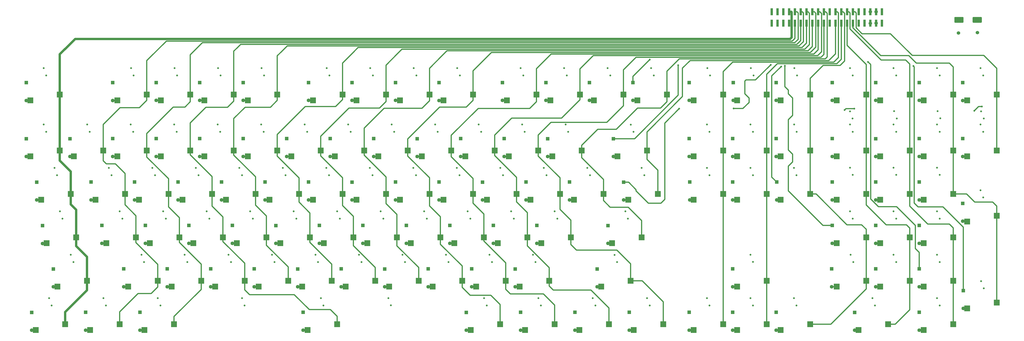
<source format=gbr>
G04 #@! TF.GenerationSoftware,KiCad,Pcbnew,(5.1.10)-1*
G04 #@! TF.CreationDate,2021-10-17T16:09:46+10:00*
G04 #@! TF.ProjectId,RedPyKeeb_mainboard,52656450-794b-4656-9562-5f6d61696e62,rev?*
G04 #@! TF.SameCoordinates,Original*
G04 #@! TF.FileFunction,Copper,L4,Bot*
G04 #@! TF.FilePolarity,Positive*
%FSLAX46Y46*%
G04 Gerber Fmt 4.6, Leading zero omitted, Abs format (unit mm)*
G04 Created by KiCad (PCBNEW (5.1.10)-1) date 2021-10-17 16:09:46*
%MOMM*%
%LPD*%
G01*
G04 APERTURE LIST*
G04 #@! TA.AperFunction,SMDPad,CuDef*
%ADD10R,1.000000X3.150000*%
G04 #@! TD*
G04 #@! TA.AperFunction,ComponentPad*
%ADD11C,0.800000*%
G04 #@! TD*
G04 #@! TA.AperFunction,ComponentPad*
%ADD12C,1.600000*%
G04 #@! TD*
G04 #@! TA.AperFunction,ComponentPad*
%ADD13R,1.600000X1.600000*%
G04 #@! TD*
G04 #@! TA.AperFunction,SMDPad,CuDef*
%ADD14R,2.550000X2.500000*%
G04 #@! TD*
G04 #@! TA.AperFunction,ViaPad*
%ADD15C,0.800000*%
G04 #@! TD*
G04 #@! TA.AperFunction,ViaPad*
%ADD16C,1.524000*%
G04 #@! TD*
G04 #@! TA.AperFunction,Conductor*
%ADD17C,0.508000*%
G04 #@! TD*
G04 #@! TA.AperFunction,Conductor*
%ADD18C,1.016000*%
G04 #@! TD*
G04 APERTURE END LIST*
D10*
X387451600Y-21795500D03*
X387451600Y-26845500D03*
X392531600Y-26845260D03*
X389991600Y-26845500D03*
X389991600Y-21795500D03*
X384911600Y-21795500D03*
X379831600Y-21795500D03*
X382371600Y-21795500D03*
X384911600Y-26845500D03*
X392531600Y-21795500D03*
X372211600Y-21795500D03*
X377291600Y-21795500D03*
X377291600Y-26845500D03*
X374751600Y-26845500D03*
X372211600Y-26845500D03*
X351891600Y-26845500D03*
X364591600Y-26845500D03*
X367131600Y-21795500D03*
X356971600Y-21795500D03*
X354431600Y-26845500D03*
X349351600Y-21795500D03*
X367131600Y-26845500D03*
X364591600Y-21795500D03*
X349351600Y-26845500D03*
X362051600Y-26845500D03*
X369671600Y-21795500D03*
X356971600Y-26845500D03*
X369671600Y-26845500D03*
X359511600Y-21795500D03*
X359511600Y-26845500D03*
X346811600Y-21795500D03*
X346811600Y-26845500D03*
X374751600Y-21795500D03*
X354431600Y-21795500D03*
X351891600Y-21795500D03*
X379831600Y-26845500D03*
X344271600Y-21795500D03*
X344271600Y-26845260D03*
X382371600Y-26845500D03*
X362051600Y-21795500D03*
D11*
X63690500Y-46545500D03*
X64833500Y-49720500D03*
D12*
X93789500Y-60681700D03*
D13*
X93789500Y-52881700D03*
D12*
X74739500Y-60681700D03*
D13*
X74739500Y-52881700D03*
X55689500Y-52932500D03*
D12*
X55689500Y-60732500D03*
D14*
X95758000Y-60642500D03*
X108685000Y-58102500D03*
D11*
X102933500Y-49720500D03*
X101790500Y-46545500D03*
X121983500Y-49720500D03*
X120840500Y-46545500D03*
D14*
X76708000Y-60642500D03*
X89635000Y-58102500D03*
D11*
X83883500Y-49720500D03*
X82740500Y-46545500D03*
D12*
X112839500Y-60681700D03*
D13*
X112839500Y-52881700D03*
D14*
X114808000Y-60642500D03*
X127735000Y-58102500D03*
X70585000Y-58102500D03*
X57658000Y-60642500D03*
G04 #@! TA.AperFunction,SMDPad,CuDef*
G36*
G01*
X432288700Y-26361900D02*
X432288700Y-24361900D01*
G75*
G02*
X432538700Y-24111900I250000J0D01*
G01*
X436038700Y-24111900D01*
G75*
G02*
X436288700Y-24361900I0J-250000D01*
G01*
X436288700Y-26361900D01*
G75*
G02*
X436038700Y-26611900I-250000J0D01*
G01*
X432538700Y-26611900D01*
G75*
G02*
X432288700Y-26361900I0J250000D01*
G01*
G37*
G04 #@! TD.AperFunction*
G04 #@! TA.AperFunction,SMDPad,CuDef*
G36*
G01*
X424288700Y-26361900D02*
X424288700Y-24361900D01*
G75*
G02*
X424538700Y-24111900I250000J0D01*
G01*
X428038700Y-24111900D01*
G75*
G02*
X428288700Y-24361900I0J-250000D01*
G01*
X428288700Y-26361900D01*
G75*
G02*
X428038700Y-26611900I-250000J0D01*
G01*
X424538700Y-26611900D01*
G75*
G02*
X424288700Y-26361900I0J250000D01*
G01*
G37*
G04 #@! TD.AperFunction*
X429926750Y-151923750D03*
X442853750Y-149383750D03*
D11*
X437165750Y-143160750D03*
X436022750Y-139985750D03*
D12*
X428212250Y-151962950D03*
D13*
X428212250Y-144162950D03*
D11*
X417861750Y-150653750D03*
X416718750Y-147478750D03*
D14*
X410876750Y-161448750D03*
X423803750Y-158908750D03*
D12*
X408908250Y-161487950D03*
D13*
X408908250Y-153687950D03*
D11*
X417861750Y-131603750D03*
X416718750Y-128428750D03*
D14*
X410876750Y-142398750D03*
X423803750Y-139858750D03*
D12*
X408908250Y-142437950D03*
D13*
X408908250Y-134637950D03*
D14*
X391826750Y-142398750D03*
X404753750Y-139858750D03*
D12*
X389858250Y-142437950D03*
D13*
X389858250Y-134637950D03*
D11*
X398811750Y-131603750D03*
X397668750Y-128428750D03*
X417861750Y-112553750D03*
X416718750Y-109378750D03*
D14*
X410876750Y-123348750D03*
X423803750Y-120808750D03*
D12*
X408908250Y-123387950D03*
D13*
X408908250Y-115587950D03*
D11*
X398811750Y-112553750D03*
X397668750Y-109378750D03*
D14*
X391826750Y-123348750D03*
X404753750Y-120808750D03*
D12*
X389858250Y-123387950D03*
D13*
X389858250Y-115587950D03*
D11*
X389540750Y-150653750D03*
X388397750Y-147478750D03*
D14*
X382301750Y-161448750D03*
X395228750Y-158908750D03*
D12*
X380587250Y-161538750D03*
D13*
X380587250Y-153738750D03*
D14*
X372776750Y-142398750D03*
X385703750Y-139858750D03*
D11*
X380015750Y-131603750D03*
X378872750Y-128428750D03*
D12*
X370554250Y-142437950D03*
D13*
X370554250Y-134637950D03*
D14*
X372776750Y-123348750D03*
X385703750Y-120808750D03*
D11*
X379761750Y-112553750D03*
X378618750Y-109378750D03*
D12*
X370808250Y-123387950D03*
D13*
X370808250Y-115587950D03*
D11*
X436911750Y-103282750D03*
X435768750Y-100107750D03*
D14*
X429926750Y-113823750D03*
X442853750Y-111283750D03*
D12*
X427958250Y-113659750D03*
D13*
X427958250Y-105859750D03*
D11*
X417861750Y-93402150D03*
X416718750Y-90227150D03*
D14*
X410876750Y-104298750D03*
X423803750Y-101758750D03*
D12*
X408908250Y-104337950D03*
D13*
X408908250Y-96537950D03*
D14*
X391826750Y-104298750D03*
X404753750Y-101758750D03*
D11*
X398811750Y-93402150D03*
X397668750Y-90227150D03*
D12*
X389858250Y-104337950D03*
D13*
X389858250Y-96537950D03*
D14*
X372776750Y-104298750D03*
X385703750Y-101758750D03*
D12*
X370808250Y-104337950D03*
D13*
X370808250Y-96537950D03*
D11*
X379761750Y-93402150D03*
X378618750Y-90227150D03*
X436911750Y-74453750D03*
X435768750Y-71278750D03*
D12*
X427958250Y-85287950D03*
D13*
X427958250Y-77487950D03*
D14*
X429926750Y-85248750D03*
X442853750Y-82708750D03*
X410876750Y-85248750D03*
X423803750Y-82708750D03*
D11*
X417861750Y-74466450D03*
X416718750Y-71291450D03*
D12*
X408908250Y-85287950D03*
D13*
X408908250Y-77487950D03*
D14*
X404753750Y-82708750D03*
X391826750Y-85248750D03*
D11*
X397668750Y-71278750D03*
X398811750Y-74453750D03*
D13*
X389858250Y-77538750D03*
D12*
X389858250Y-85338750D03*
D14*
X372776750Y-85248750D03*
X385703750Y-82708750D03*
D12*
X370808250Y-85287950D03*
D13*
X370808250Y-77487950D03*
D11*
X379761750Y-74453750D03*
X378618750Y-71278750D03*
D14*
X429926750Y-60642500D03*
X442853750Y-58102500D03*
D11*
X436911750Y-49733200D03*
X435768750Y-46558200D03*
X437165750Y-68643500D03*
X436022750Y-65468500D03*
D12*
X427958250Y-60732500D03*
D13*
X427958250Y-52932500D03*
D11*
X418115750Y-68592700D03*
X416972750Y-65417700D03*
X417849050Y-49733200D03*
X416706050Y-46558200D03*
D14*
X410876750Y-60642500D03*
X423803750Y-58102500D03*
D12*
X408908250Y-60681700D03*
D13*
X408908250Y-52881700D03*
D11*
X399065750Y-68605400D03*
X397922750Y-65430400D03*
X398799050Y-49745900D03*
X397656050Y-46570900D03*
D14*
X404753750Y-58102500D03*
X391826750Y-60642500D03*
D12*
X389858250Y-60694400D03*
D13*
X389858250Y-52894400D03*
D11*
X378606050Y-46558200D03*
X379749050Y-49733200D03*
D14*
X385703750Y-58102500D03*
X372776750Y-60642500D03*
D13*
X308102000Y-52881700D03*
D12*
X308102000Y-60681700D03*
D14*
X322997500Y-58102500D03*
X310070500Y-60642500D03*
D11*
X316103000Y-46545500D03*
X317246000Y-49720500D03*
D14*
X329120500Y-85248750D03*
X342047500Y-82708750D03*
D11*
X315912500Y-71278750D03*
X317055500Y-74453750D03*
D14*
X322997500Y-82708750D03*
X310070500Y-85248750D03*
D13*
X308102000Y-77487950D03*
D12*
X308102000Y-85287950D03*
D11*
X336105500Y-74453750D03*
X334962500Y-71278750D03*
X378555250Y-65468500D03*
X379698250Y-68643500D03*
D13*
X370808250Y-52881700D03*
D12*
X370808250Y-60681700D03*
D14*
X361097500Y-58102500D03*
X348170500Y-60642500D03*
D11*
X354203000Y-46545500D03*
X355346000Y-49720500D03*
D14*
X342047500Y-58102500D03*
X329120500Y-60642500D03*
D11*
X335153000Y-46545500D03*
X336296000Y-49720500D03*
D13*
X327406000Y-52881700D03*
D12*
X327406000Y-60681700D03*
D14*
X361097500Y-158908750D03*
X348170500Y-161448750D03*
D11*
X354012500Y-147478750D03*
X355155500Y-150653750D03*
D13*
X346202000Y-153687950D03*
D12*
X346202000Y-161487950D03*
D13*
X327152000Y-134637950D03*
D12*
X327152000Y-142437950D03*
D11*
X334962500Y-128377950D03*
X336105500Y-131552950D03*
D14*
X342047500Y-139858750D03*
X329120500Y-142398750D03*
X329120500Y-161448750D03*
X342047500Y-158908750D03*
D12*
X327152000Y-161487950D03*
D13*
X327152000Y-153687950D03*
D14*
X310070500Y-104298750D03*
X322997500Y-101758750D03*
X322997500Y-158908750D03*
X310070500Y-161448750D03*
D11*
X334962500Y-90328750D03*
X336105500Y-93503750D03*
X354090700Y-71304150D03*
X355233700Y-74479150D03*
D12*
X308356000Y-104337950D03*
D13*
X308356000Y-96537950D03*
D11*
X317055500Y-93503750D03*
X315912500Y-90328750D03*
D12*
X346456000Y-104337950D03*
D13*
X346456000Y-96537950D03*
X346202000Y-77487950D03*
D12*
X346202000Y-85287950D03*
D13*
X346202000Y-52881700D03*
D12*
X346202000Y-60681700D03*
D13*
X308102000Y-153687950D03*
D12*
X308102000Y-161487950D03*
D14*
X342047500Y-101758750D03*
X329120500Y-104298750D03*
X361097500Y-82708750D03*
X348170500Y-85248750D03*
D11*
X355155500Y-93503750D03*
X354012500Y-90328750D03*
D13*
X327152000Y-96537950D03*
D12*
X327152000Y-104337950D03*
D11*
X315912500Y-147478750D03*
X317055500Y-150653750D03*
D14*
X348170500Y-104298750D03*
X361097500Y-101758750D03*
D11*
X336105500Y-150653750D03*
X334962500Y-147478750D03*
D12*
X327152000Y-85287950D03*
D13*
X327152000Y-77487950D03*
D14*
X283876750Y-161448750D03*
X296803750Y-158908750D03*
D12*
X281908250Y-161487950D03*
D13*
X281908250Y-153687950D03*
D11*
X290861750Y-150653750D03*
X289718750Y-147478750D03*
D14*
X260064250Y-161448750D03*
X272991250Y-158908750D03*
D12*
X258095750Y-161487950D03*
D13*
X258095750Y-153687950D03*
D11*
X267049250Y-150653750D03*
X265906250Y-147478750D03*
D14*
X236251750Y-161448750D03*
X249178750Y-158908750D03*
D12*
X234283250Y-161487950D03*
D13*
X234283250Y-153687950D03*
D11*
X243236750Y-150653750D03*
X242093750Y-147478750D03*
D12*
X210496150Y-161551450D03*
D13*
X210496150Y-153751450D03*
D14*
X212439250Y-161448750D03*
X225366250Y-158908750D03*
D11*
X219449650Y-150653750D03*
X218306650Y-147478750D03*
X147986750Y-150653750D03*
X146843750Y-147478750D03*
X113417350Y-150641050D03*
X112274350Y-147466050D03*
D12*
X139033250Y-161487950D03*
D13*
X139033250Y-153687950D03*
D11*
X177514250Y-150628350D03*
X176371250Y-147453350D03*
D14*
X141001750Y-161448750D03*
X153928750Y-158908750D03*
D11*
X76549250Y-150653750D03*
X75406250Y-147478750D03*
D12*
X67595750Y-161487950D03*
D13*
X67595750Y-153687950D03*
D14*
X69564250Y-161448750D03*
X82491250Y-158908750D03*
D11*
X52736750Y-150653750D03*
X51593750Y-147478750D03*
D12*
X43783250Y-161487950D03*
D13*
X43783250Y-153687950D03*
D14*
X45751750Y-161448750D03*
X58678750Y-158908750D03*
X269589250Y-142398750D03*
X282516250Y-139858750D03*
D12*
X267811250Y-142488750D03*
D13*
X267811250Y-134688750D03*
D11*
X276574250Y-131654550D03*
X275431250Y-128479550D03*
D14*
X233870500Y-142398750D03*
X246797500Y-139858750D03*
D12*
X231902000Y-142488750D03*
D13*
X231902000Y-134688750D03*
D11*
X240855500Y-131603750D03*
X239712500Y-128428750D03*
D12*
X212852000Y-142437950D03*
D13*
X212852000Y-134637950D03*
D14*
X214820500Y-142398750D03*
X227747500Y-139858750D03*
D11*
X221805500Y-131603750D03*
X220662500Y-128428750D03*
D12*
X193802000Y-142437950D03*
D13*
X193802000Y-134637950D03*
D14*
X195770500Y-142398750D03*
X208697500Y-139858750D03*
D11*
X202755500Y-131603750D03*
X201612500Y-128428750D03*
D12*
X174752000Y-142488750D03*
D13*
X174752000Y-134688750D03*
D14*
X176720500Y-142398750D03*
X189647500Y-139858750D03*
D11*
X183705500Y-131603750D03*
X182562500Y-128428750D03*
D12*
X155702000Y-142437950D03*
D13*
X155702000Y-134637950D03*
D14*
X157670500Y-142398750D03*
X170597500Y-139858750D03*
D11*
X164655500Y-131603750D03*
X163512500Y-128428750D03*
D12*
X136652000Y-142488750D03*
D13*
X136652000Y-134688750D03*
D14*
X138620500Y-142398750D03*
X151547500Y-139858750D03*
D11*
X145605500Y-131603750D03*
X144462500Y-128428750D03*
D12*
X117602000Y-142437950D03*
D13*
X117602000Y-134637950D03*
D14*
X119570500Y-142398750D03*
X132497500Y-139858750D03*
D11*
X126555500Y-131603750D03*
X125412500Y-128428750D03*
X107505500Y-131603750D03*
X106362500Y-128428750D03*
D12*
X98552000Y-142437950D03*
D13*
X98552000Y-134637950D03*
D14*
X100520500Y-142398750D03*
X113447500Y-139858750D03*
D11*
X88315500Y-131603750D03*
X87172500Y-128428750D03*
D12*
X79502000Y-142437950D03*
D13*
X79502000Y-134637950D03*
D14*
X81470500Y-142398750D03*
X94397500Y-139858750D03*
D11*
X69405500Y-131603750D03*
X68262500Y-128428750D03*
D12*
X60452000Y-142437950D03*
D13*
X60452000Y-134637950D03*
D14*
X62420500Y-142398750D03*
X75347500Y-139858750D03*
X274351750Y-123348750D03*
X287278750Y-120808750D03*
D12*
X272573750Y-123438750D03*
D13*
X272573750Y-115638750D03*
D11*
X281311350Y-112566450D03*
X280168350Y-109391450D03*
D14*
X243395500Y-123348750D03*
X256322500Y-120808750D03*
D12*
X241427000Y-123387950D03*
D13*
X241427000Y-115587950D03*
D11*
X250380500Y-112553750D03*
X249237500Y-109378750D03*
D14*
X224345500Y-123348750D03*
X237272500Y-120808750D03*
D12*
X222377000Y-123387950D03*
D13*
X222377000Y-115587950D03*
D11*
X231330500Y-112553750D03*
X230187500Y-109378750D03*
D12*
X203327000Y-123387950D03*
D13*
X203327000Y-115587950D03*
D14*
X205295500Y-123348750D03*
X218222500Y-120808750D03*
D11*
X212280500Y-112553750D03*
X211137500Y-109378750D03*
D12*
X184277000Y-123387950D03*
D13*
X184277000Y-115587950D03*
D14*
X186245500Y-123348750D03*
X199172500Y-120808750D03*
D11*
X193230500Y-112553750D03*
X192087500Y-109378750D03*
D12*
X165227000Y-123387950D03*
D13*
X165227000Y-115587950D03*
D14*
X167195500Y-123348750D03*
X180122500Y-120808750D03*
D11*
X174180500Y-112553750D03*
X173037500Y-109378750D03*
D12*
X146177000Y-123387950D03*
D13*
X146177000Y-115587950D03*
D14*
X148145500Y-123348750D03*
X161072500Y-120808750D03*
D11*
X155130500Y-112553750D03*
X153987500Y-109378750D03*
D12*
X127127000Y-123438750D03*
D13*
X127127000Y-115638750D03*
D14*
X129095500Y-123348750D03*
X142022500Y-120808750D03*
D11*
X136080500Y-112553750D03*
X134937500Y-109378750D03*
D12*
X108077000Y-123387950D03*
D13*
X108077000Y-115587950D03*
D14*
X110045500Y-123348750D03*
X122972500Y-120808750D03*
D11*
X117030500Y-112553750D03*
X115887500Y-109378750D03*
X97980500Y-112553750D03*
X96837500Y-109378750D03*
D12*
X89027000Y-123387950D03*
D13*
X89027000Y-115587950D03*
D14*
X90995500Y-123348750D03*
X103922500Y-120808750D03*
D11*
X78930500Y-112553750D03*
X77787500Y-109378750D03*
D12*
X69977000Y-123387950D03*
D13*
X69977000Y-115587950D03*
D14*
X71945500Y-123348750D03*
X84872500Y-120808750D03*
D11*
X59880500Y-112553750D03*
X58737500Y-109378750D03*
D12*
X50927000Y-123387950D03*
D13*
X50927000Y-115587950D03*
D14*
X52895500Y-123348750D03*
X65822500Y-120808750D03*
X281495500Y-104298750D03*
X294422500Y-101758750D03*
D12*
X279400000Y-104388750D03*
D13*
X279400000Y-96588750D03*
D11*
X288467800Y-93516450D03*
X287324800Y-90341450D03*
D14*
X257683000Y-104298750D03*
X270610000Y-101758750D03*
D12*
X255714500Y-104337950D03*
D13*
X255714500Y-96537950D03*
D11*
X264668000Y-93503750D03*
X263525000Y-90328750D03*
D14*
X238633000Y-104298750D03*
X251560000Y-101758750D03*
D12*
X236664500Y-104337950D03*
D13*
X236664500Y-96537950D03*
D11*
X245618000Y-93503750D03*
X244475000Y-90328750D03*
D14*
X219583000Y-104298750D03*
X232510000Y-101758750D03*
D12*
X217614500Y-104388750D03*
D13*
X217614500Y-96588750D03*
D11*
X226568000Y-93503750D03*
X225425000Y-90328750D03*
D12*
X198564500Y-104337950D03*
D13*
X198564500Y-96537950D03*
D14*
X200533000Y-104298750D03*
X213460000Y-101758750D03*
D11*
X207518000Y-93503750D03*
X206375000Y-90328750D03*
D12*
X179514500Y-104337950D03*
D13*
X179514500Y-96537950D03*
D14*
X181483000Y-104298750D03*
X194410000Y-101758750D03*
D11*
X188468000Y-93503750D03*
X187325000Y-90328750D03*
D12*
X160464500Y-104388750D03*
D13*
X160464500Y-96588750D03*
D14*
X162433000Y-104298750D03*
X175360000Y-101758750D03*
D11*
X169418000Y-93503750D03*
X168275000Y-90328750D03*
D12*
X141414500Y-104337950D03*
D13*
X141414500Y-96537950D03*
D14*
X143383000Y-104298750D03*
X156310000Y-101758750D03*
D11*
X150368000Y-93503750D03*
X149225000Y-90328750D03*
D12*
X122364500Y-104337950D03*
D13*
X122364500Y-96537950D03*
D14*
X124333000Y-104298750D03*
X137260000Y-101758750D03*
D11*
X131318000Y-93503750D03*
X130175000Y-90328750D03*
D12*
X103314500Y-104337950D03*
D13*
X103314500Y-96537950D03*
D14*
X105283000Y-104298750D03*
X118210000Y-101758750D03*
D11*
X112268000Y-93503750D03*
X111125000Y-90328750D03*
X93218000Y-93503750D03*
X92075000Y-90328750D03*
D12*
X84264500Y-104337950D03*
D13*
X84264500Y-96537950D03*
D14*
X86233000Y-104298750D03*
X99160000Y-101758750D03*
D11*
X74168000Y-93503750D03*
X73025000Y-90328750D03*
D12*
X65214500Y-104337950D03*
D13*
X65214500Y-96537950D03*
D14*
X67183000Y-104298750D03*
X80110000Y-101758750D03*
D11*
X55118000Y-93503750D03*
X53975000Y-90328750D03*
D12*
X46164500Y-104337950D03*
D13*
X46164500Y-96537950D03*
D14*
X48133000Y-104298750D03*
X61060000Y-101758750D03*
D12*
X20161250Y-161538750D03*
D13*
X20161250Y-153738750D03*
D11*
X28924250Y-150653750D03*
X27781250Y-147478750D03*
D14*
X21939250Y-161448750D03*
X34866250Y-158908750D03*
D12*
X29686250Y-142488750D03*
D13*
X29686250Y-134688750D03*
D11*
X38449250Y-131591050D03*
X37306250Y-128416050D03*
D14*
X31464250Y-142398750D03*
X44391250Y-139858750D03*
D12*
X24885650Y-123464150D03*
D13*
X24885650Y-115664150D03*
D11*
X33648650Y-112579150D03*
X32505650Y-109404150D03*
D14*
X26701750Y-123348750D03*
X39628750Y-120808750D03*
D11*
X292639750Y-49720500D03*
X291496750Y-46545500D03*
D12*
X245395750Y-60681700D03*
D13*
X245395750Y-52881700D03*
D14*
X285464250Y-60642500D03*
X298391250Y-58102500D03*
X266414250Y-60642500D03*
X279341250Y-58102500D03*
D12*
X226345750Y-60681700D03*
D13*
X226345750Y-52881700D03*
D11*
X235489750Y-49720500D03*
X234346750Y-46545500D03*
D14*
X228314250Y-60642500D03*
X241241250Y-58102500D03*
D12*
X264445750Y-60681700D03*
D13*
X264445750Y-52881700D03*
D11*
X273589750Y-49720500D03*
X272446750Y-46545500D03*
D14*
X247364250Y-60642500D03*
X260291250Y-58102500D03*
D12*
X283495750Y-60681700D03*
D13*
X283495750Y-52881700D03*
D11*
X254539750Y-49720500D03*
X253396750Y-46545500D03*
D13*
X198564500Y-52932500D03*
D12*
X198564500Y-60732500D03*
D13*
X141414500Y-52881700D03*
D12*
X141414500Y-60681700D03*
X160464500Y-60681700D03*
D13*
X160464500Y-52881700D03*
D12*
X179514500Y-60681700D03*
D13*
X179514500Y-52881700D03*
D14*
X213460000Y-58102500D03*
X200533000Y-60642500D03*
X181483000Y-60642500D03*
X194410000Y-58102500D03*
X162433000Y-60642500D03*
X175360000Y-58102500D03*
X156310000Y-58102500D03*
X143383000Y-60642500D03*
D11*
X169608500Y-49720500D03*
X168465500Y-46545500D03*
X188658500Y-49720500D03*
X187515500Y-46545500D03*
X149415500Y-46545500D03*
X150558500Y-49720500D03*
X206565500Y-46545500D03*
X207708500Y-49720500D03*
X64643000Y-74453750D03*
X63500000Y-71278750D03*
X45593000Y-74453750D03*
X44450000Y-71278750D03*
X82550000Y-71278750D03*
X83693000Y-74453750D03*
D14*
X248158000Y-85248750D03*
X261085000Y-82708750D03*
X229108000Y-85248750D03*
X242035000Y-82708750D03*
X210058000Y-85248750D03*
X222985000Y-82708750D03*
D12*
X93789500Y-85287950D03*
D13*
X93789500Y-77487950D03*
D12*
X112839500Y-85287950D03*
D13*
X112839500Y-77487950D03*
D12*
X150939500Y-85287950D03*
D13*
X150939500Y-77487950D03*
D12*
X169989500Y-85287950D03*
D13*
X169989500Y-77487950D03*
D12*
X189039500Y-85338750D03*
D13*
X189039500Y-77538750D03*
D12*
X131889500Y-85287950D03*
D13*
X131889500Y-77487950D03*
X74739500Y-77487950D03*
D12*
X74739500Y-85287950D03*
X36918900Y-85338750D03*
D13*
X36918900Y-77538750D03*
D12*
X17780000Y-85338750D03*
D13*
X17780000Y-77538750D03*
D12*
X55689500Y-85287950D03*
D13*
X55689500Y-77487950D03*
D14*
X24320500Y-104298750D03*
X37247500Y-101758750D03*
X276733000Y-85248750D03*
X289660000Y-82708750D03*
D11*
X26543000Y-74453750D03*
X25400000Y-71278750D03*
D14*
X114808000Y-85248750D03*
X127735000Y-82708750D03*
X95758000Y-85248750D03*
X108685000Y-82708750D03*
X171958000Y-85248750D03*
X184885000Y-82708750D03*
X152908000Y-85248750D03*
X165835000Y-82708750D03*
X89635000Y-82708750D03*
X76708000Y-85248750D03*
X191008000Y-85248750D03*
X203935000Y-82708750D03*
X133858000Y-85248750D03*
X146785000Y-82708750D03*
D12*
X208089500Y-85287950D03*
D13*
X208089500Y-77487950D03*
D12*
X227139500Y-85287950D03*
D13*
X227139500Y-77487950D03*
D12*
X274955000Y-85338750D03*
D13*
X274955000Y-77538750D03*
D12*
X246189500Y-85338750D03*
D13*
X246189500Y-77538750D03*
D11*
X236093000Y-74453750D03*
X234950000Y-71278750D03*
X283718000Y-74504550D03*
X282575000Y-71329550D03*
X255143000Y-74453750D03*
X254000000Y-71278750D03*
D14*
X38608000Y-85248750D03*
X51535000Y-82708750D03*
X57658000Y-85248750D03*
X70585000Y-82708750D03*
X19558000Y-85248750D03*
X32485000Y-82708750D03*
D11*
X140843000Y-74453750D03*
X139700000Y-71278750D03*
X102743000Y-74453750D03*
X101600000Y-71278750D03*
X121793000Y-74453750D03*
X120650000Y-71278750D03*
X217043000Y-74453750D03*
X215900000Y-71278750D03*
X197993000Y-74453750D03*
X196850000Y-71278750D03*
X159893000Y-74453750D03*
X158750000Y-71278750D03*
X178943000Y-74453750D03*
X177800000Y-71278750D03*
D13*
X17780000Y-52932500D03*
D12*
X17780000Y-60732500D03*
D11*
X25400000Y-46558200D03*
X26543000Y-49733200D03*
D14*
X32485000Y-58102500D03*
X19558000Y-60642500D03*
D11*
X30175200Y-90335100D03*
X31318200Y-93510100D03*
D13*
X22352000Y-96545400D03*
D12*
X22352000Y-104345400D03*
D15*
X351891600Y-26845500D03*
X406323800Y-45643800D03*
D16*
X387477000Y-21820900D03*
X434340000Y-30975300D03*
X434340000Y-25387300D03*
X387477000Y-26911300D03*
D15*
X359537000Y-21831300D03*
X359537000Y-26911300D03*
X356997000Y-21831300D03*
X356997000Y-26911300D03*
X354457000Y-21831300D03*
X354457000Y-26911300D03*
X351917000Y-21831300D03*
X362077000Y-26784300D03*
X362077000Y-21831300D03*
X364617000Y-26911300D03*
X364617000Y-21831300D03*
X367157000Y-26911300D03*
X367157000Y-21831300D03*
X372237000Y-26911300D03*
X379857000Y-26911300D03*
X377317000Y-21831300D03*
X377317000Y-26911300D03*
X374777000Y-21831300D03*
X374777000Y-26911300D03*
X372237000Y-21831300D03*
X369671600Y-21795500D03*
X369671600Y-26845500D03*
D16*
X426085000Y-31102300D03*
X390017000Y-26820100D03*
X426085000Y-25387300D03*
X390017000Y-21831300D03*
D15*
X349351600Y-21795500D03*
X386486400Y-43840400D03*
X349351600Y-26845500D03*
X350036400Y-45568600D03*
X346811600Y-21795500D03*
X348397599Y-45861201D03*
X346811600Y-26845500D03*
X343852500Y-45072300D03*
X303733200Y-64350900D03*
X327583800Y-64274700D03*
X344271600Y-21795500D03*
X303339500Y-45275500D03*
X344271600Y-26845500D03*
X290893500Y-42786300D03*
X379857000Y-21831300D03*
X392531600Y-21795500D03*
X380466600Y-64338200D03*
X376237500Y-64909700D03*
X392531600Y-26845500D03*
X436364300Y-63385700D03*
X433000000Y-65250000D03*
X382358900Y-26873200D03*
X382358900Y-21805900D03*
X384898900Y-26860500D03*
X384898900Y-21793200D03*
D17*
X428212250Y-116312950D02*
X428212250Y-144162950D01*
X419303200Y-107403900D02*
X428212250Y-116312950D01*
X406723799Y-105746499D02*
X408381200Y-107403900D01*
X406723799Y-46043799D02*
X406723799Y-105746499D01*
X408381200Y-107403900D02*
X419303200Y-107403900D01*
X406323800Y-45643800D02*
X406723799Y-46043799D01*
X20161250Y-161538750D02*
X21849250Y-161538750D01*
X21849250Y-161538750D02*
X21939250Y-161448750D01*
X29776250Y-142398750D02*
X29686250Y-142488750D01*
X31464250Y-142398750D02*
X29776250Y-142398750D01*
X19468000Y-60732500D02*
X19558000Y-60642500D01*
X17780000Y-60732500D02*
X19468000Y-60732500D01*
X17780000Y-85338750D02*
X19468000Y-85338750D01*
X19468000Y-85338750D02*
X19558000Y-85248750D01*
X24273850Y-104345400D02*
X24320500Y-104298750D01*
X22352000Y-104345400D02*
X24273850Y-104345400D01*
X24885650Y-123464150D02*
X26586350Y-123464150D01*
X26586350Y-123464150D02*
X26701750Y-123348750D01*
X60491200Y-142398750D02*
X60452000Y-142437950D01*
X62420500Y-142398750D02*
X60491200Y-142398750D01*
X45712550Y-161487950D02*
X45751750Y-161448750D01*
X43783250Y-161487950D02*
X45712550Y-161487950D01*
X36918900Y-85338750D02*
X38518000Y-85338750D01*
X38518000Y-85338750D02*
X38608000Y-85248750D01*
X50927000Y-123387950D02*
X52856300Y-123387950D01*
X52856300Y-123387950D02*
X52895500Y-123348750D01*
X48093800Y-104337950D02*
X48133000Y-104298750D01*
X46164500Y-104337950D02*
X48093800Y-104337950D01*
X57568000Y-60732500D02*
X57658000Y-60642500D01*
X55689500Y-60732500D02*
X57568000Y-60732500D01*
X74739500Y-60681700D02*
X76668800Y-60681700D01*
X76668800Y-60681700D02*
X76708000Y-60642500D01*
X57618800Y-85287950D02*
X57658000Y-85248750D01*
X55689500Y-85287950D02*
X57618800Y-85287950D01*
X93789500Y-60681700D02*
X95718800Y-60681700D01*
X95718800Y-60681700D02*
X95758000Y-60642500D01*
X74739500Y-85287950D02*
X76668800Y-85287950D01*
X76668800Y-85287950D02*
X76708000Y-85248750D01*
X114768800Y-60681700D02*
X114808000Y-60642500D01*
X112839500Y-60681700D02*
X114768800Y-60681700D01*
X141414500Y-60681700D02*
X143343800Y-60681700D01*
X143343800Y-60681700D02*
X143383000Y-60642500D01*
X112839500Y-85287950D02*
X114768800Y-85287950D01*
X114768800Y-85287950D02*
X114808000Y-85248750D01*
X122364500Y-104337950D02*
X124293800Y-104337950D01*
X124293800Y-104337950D02*
X124333000Y-104298750D01*
X133818800Y-85287950D02*
X133858000Y-85248750D01*
X131889500Y-85287950D02*
X133818800Y-85287950D01*
X141414500Y-104337950D02*
X143343800Y-104337950D01*
X143343800Y-104337950D02*
X143383000Y-104298750D01*
X162393800Y-60681700D02*
X162433000Y-60642500D01*
X160464500Y-60681700D02*
X162393800Y-60681700D01*
X179514500Y-60681700D02*
X181443800Y-60681700D01*
X181443800Y-60681700D02*
X181483000Y-60642500D01*
X162343000Y-104388750D02*
X162433000Y-104298750D01*
X160464500Y-104388750D02*
X162343000Y-104388750D01*
X152868800Y-85287950D02*
X152908000Y-85248750D01*
X150939500Y-85287950D02*
X152868800Y-85287950D01*
X200443000Y-60732500D02*
X200533000Y-60642500D01*
X198564500Y-60732500D02*
X200443000Y-60732500D01*
X228275050Y-60681700D02*
X228314250Y-60642500D01*
X226345750Y-60681700D02*
X228275050Y-60681700D01*
X222377000Y-123387950D02*
X224306300Y-123387950D01*
X224306300Y-123387950D02*
X224345500Y-123348750D01*
X182348020Y-38247790D02*
X358808490Y-38247790D01*
X360807000Y-22466300D02*
X360807000Y-36249280D01*
X359537000Y-21831300D02*
X360172000Y-21831300D01*
X360807000Y-36249280D02*
X358808490Y-38247790D01*
X180373960Y-40221850D02*
X182348020Y-38247790D01*
X360172000Y-21831300D02*
X360807000Y-22466300D01*
X170597500Y-139858750D02*
X170597500Y-133970700D01*
X161072500Y-124445700D02*
X161072500Y-120808750D01*
X170597500Y-133970700D02*
X161072500Y-124445700D01*
X161072500Y-120808750D02*
X161072500Y-111567900D01*
X156310000Y-106805400D02*
X156310000Y-101758750D01*
X161072500Y-111567900D02*
X156310000Y-106805400D01*
X156310000Y-101758750D02*
X156310000Y-94613400D01*
X146785000Y-85088400D02*
X146785000Y-82708750D01*
X156310000Y-94613400D02*
X146785000Y-85088400D01*
X146785000Y-82708750D02*
X146785000Y-76442900D01*
X146785000Y-76442900D02*
X159156400Y-64071500D01*
X159156400Y-64071500D02*
X172478700Y-64071500D01*
X175360000Y-61190200D02*
X175360000Y-58102500D01*
X172478700Y-64071500D02*
X175360000Y-61190200D01*
X175360000Y-45235810D02*
X180373960Y-40221850D01*
X175360000Y-58102500D02*
X175360000Y-45235810D01*
X128306500Y-82608750D02*
X128306500Y-82696050D01*
X359537000Y-35547300D02*
X357568500Y-37515800D01*
X161069960Y-39577340D02*
X163131500Y-37515800D01*
X163131500Y-37515800D02*
X357568500Y-37515800D01*
X359537000Y-26911300D02*
X359537000Y-35547300D01*
X151547500Y-139858750D02*
X151547500Y-132561000D01*
X142022500Y-123036000D02*
X142022500Y-120808750D01*
X151547500Y-132561000D02*
X142022500Y-123036000D01*
X142022500Y-120808750D02*
X142022500Y-110094700D01*
X137260000Y-105332200D02*
X137260000Y-101758750D01*
X142022500Y-110094700D02*
X137260000Y-105332200D01*
X137260000Y-101758750D02*
X137260000Y-94689600D01*
X127735000Y-85164600D02*
X127735000Y-82708750D01*
X137260000Y-94689600D02*
X127735000Y-85164600D01*
X127735000Y-82708750D02*
X127735000Y-75680900D01*
X127735000Y-75680900D02*
X140030200Y-63385700D01*
X140030200Y-63385700D02*
X153289000Y-63385700D01*
X156310000Y-60364700D02*
X156310000Y-58102500D01*
X153289000Y-63385700D02*
X156310000Y-60364700D01*
X156310000Y-44337300D02*
X161069960Y-39577340D01*
X156310000Y-58102500D02*
X156310000Y-44337300D01*
X357632000Y-21831300D02*
X358140000Y-22339300D01*
X358140000Y-34912300D02*
X356244510Y-36807790D01*
X132080000Y-36807790D02*
X356244510Y-36807790D01*
X356997000Y-21831300D02*
X357632000Y-21831300D01*
X129573960Y-39313830D02*
X132080000Y-36807790D01*
X358140000Y-22339300D02*
X358140000Y-34912300D01*
X132497500Y-139858750D02*
X132497500Y-133767500D01*
X122972500Y-124242500D02*
X122972500Y-120808750D01*
X132497500Y-133767500D02*
X122972500Y-124242500D01*
X122972500Y-120808750D02*
X122972500Y-111428200D01*
X118210000Y-106665700D02*
X118210000Y-101758750D01*
X122972500Y-111428200D02*
X118210000Y-106665700D01*
X118210000Y-101758750D02*
X118210000Y-94219700D01*
X108685000Y-84694700D02*
X108685000Y-82708750D01*
X118210000Y-94219700D02*
X108685000Y-84694700D01*
X108685000Y-82708750D02*
X108685000Y-68657800D01*
X108685000Y-68657800D02*
X113652300Y-63690500D01*
X113652300Y-63690500D02*
X124714000Y-63690500D01*
X127735000Y-60669500D02*
X127735000Y-58102500D01*
X124714000Y-63690500D02*
X127735000Y-60669500D01*
X127735000Y-41152790D02*
X129573960Y-39313830D01*
X127735000Y-58102500D02*
X127735000Y-41152790D01*
X111696500Y-36099780D02*
X355301520Y-36099780D01*
X110269960Y-37526320D02*
X111696500Y-36099780D01*
X356997000Y-26911300D02*
X356997000Y-34404300D01*
X356997000Y-34404300D02*
X355301520Y-36099780D01*
X113447500Y-139858750D02*
X113447500Y-132167300D01*
X103922500Y-122642300D02*
X103922500Y-120808750D01*
X113447500Y-132167300D02*
X103922500Y-122642300D01*
X103922500Y-120808750D02*
X103922500Y-111821900D01*
X99160000Y-107059400D02*
X99160000Y-101758750D01*
X103922500Y-111821900D02*
X99160000Y-107059400D01*
X99160000Y-101758750D02*
X99160000Y-94118100D01*
X89635000Y-84593100D02*
X89635000Y-82708750D01*
X99160000Y-94118100D02*
X89635000Y-84593100D01*
X89635000Y-82708750D02*
X89635000Y-70562800D01*
X89635000Y-70562800D02*
X96443800Y-63754000D01*
X96443800Y-63754000D02*
X105956100Y-63754000D01*
X108685000Y-61025100D02*
X108685000Y-58102500D01*
X105956100Y-63754000D02*
X108685000Y-61025100D01*
X108685000Y-39111280D02*
X110269960Y-37526320D01*
X108685000Y-58102500D02*
X108685000Y-39111280D01*
X113447500Y-143800500D02*
X113447500Y-139858750D01*
X115570000Y-145923000D02*
X113447500Y-143800500D01*
X135204200Y-145923000D02*
X115570000Y-145923000D01*
X141778649Y-152497449D02*
X135204200Y-145923000D01*
X150997449Y-152497449D02*
X141778649Y-152497449D01*
X153928750Y-155428750D02*
X150997449Y-152497449D01*
X153928750Y-158908750D02*
X153928750Y-155428750D01*
X94397500Y-139858750D02*
X94397500Y-140660450D01*
X354457000Y-21831300D02*
X355346000Y-21831300D01*
X94961030Y-35391770D02*
X354358530Y-35391770D01*
X355346000Y-21831300D02*
X355854000Y-22339300D01*
X90965960Y-39386840D02*
X94961030Y-35391770D01*
X355854000Y-33896300D02*
X354358530Y-35391770D01*
X355854000Y-22339300D02*
X355854000Y-33896300D01*
X82491250Y-158908750D02*
X82491250Y-155544850D01*
X94397500Y-143638600D02*
X94397500Y-139858750D01*
X82491250Y-155544850D02*
X94397500Y-143638600D01*
X94397500Y-132548300D02*
X94397500Y-139858750D01*
X84872500Y-123023300D02*
X94397500Y-132548300D01*
X84872500Y-120808750D02*
X84872500Y-123023300D01*
X84872500Y-120808750D02*
X84872500Y-112139400D01*
X80110000Y-107376900D02*
X80110000Y-101758750D01*
X84872500Y-112139400D02*
X80110000Y-107376900D01*
X80110000Y-101758750D02*
X80110000Y-95057900D01*
X70585000Y-85532900D02*
X70585000Y-82708750D01*
X80110000Y-95057900D02*
X70585000Y-85532900D01*
X70585000Y-82708750D02*
X70585000Y-75236400D01*
X70585000Y-75236400D02*
X82181700Y-63639700D01*
X82181700Y-63639700D02*
X87299800Y-63639700D01*
X89635000Y-61304500D02*
X89635000Y-58102500D01*
X87299800Y-63639700D02*
X89635000Y-61304500D01*
X89635000Y-40717800D02*
X90965960Y-39386840D01*
X89635000Y-58102500D02*
X89635000Y-40717800D01*
X71661960Y-42180840D02*
X79159040Y-34683760D01*
X79159040Y-34683760D02*
X353288540Y-34683760D01*
X354457000Y-33515300D02*
X353288540Y-34683760D01*
X354457000Y-26911300D02*
X354457000Y-33515300D01*
X58678750Y-158908750D02*
X58678750Y-153462050D01*
X58678750Y-153462050D02*
X66725800Y-145415000D01*
X66725800Y-145415000D02*
X72491600Y-145415000D01*
X75347500Y-142559100D02*
X75347500Y-139858750D01*
X72491600Y-145415000D02*
X75347500Y-142559100D01*
X75347500Y-132637200D02*
X75347500Y-139858750D01*
X65822500Y-123112200D02*
X75347500Y-132637200D01*
X65822500Y-120808750D02*
X65822500Y-123112200D01*
X65822500Y-120808750D02*
X65822500Y-111288500D01*
X61060000Y-106526000D02*
X61060000Y-101758750D01*
X65822500Y-111288500D02*
X61060000Y-106526000D01*
X61060000Y-101758750D02*
X61060000Y-92759200D01*
X61060000Y-92759200D02*
X56807100Y-88506300D01*
X56807100Y-88506300D02*
X52857400Y-88506300D01*
X51535000Y-87183900D02*
X51535000Y-82708750D01*
X52857400Y-88506300D02*
X51535000Y-87183900D01*
X51535000Y-82708750D02*
X51535000Y-71261300D01*
X51535000Y-71261300D02*
X58864500Y-63931800D01*
X58864500Y-63931800D02*
X67348100Y-63931800D01*
X70585000Y-60694900D02*
X70585000Y-58102500D01*
X67348100Y-63931800D02*
X70585000Y-60694900D01*
X70585000Y-43257800D02*
X71661960Y-42180840D01*
X70585000Y-58102500D02*
X70585000Y-43257800D01*
D18*
X34866250Y-158908750D02*
X34866250Y-153525550D01*
X44391250Y-144000550D02*
X44391250Y-139858750D01*
X34866250Y-153525550D02*
X44391250Y-144000550D01*
X44391250Y-139858750D02*
X44391250Y-129328850D01*
X39628750Y-124566350D02*
X39628750Y-120808750D01*
X44391250Y-129328850D02*
X39628750Y-124566350D01*
X39628750Y-120808750D02*
X39628750Y-108691350D01*
X37247500Y-106310100D02*
X37247500Y-101758750D01*
X39628750Y-108691350D02*
X37247500Y-106310100D01*
X37247500Y-101758750D02*
X37247500Y-91895600D01*
X32485000Y-87133100D02*
X32485000Y-82708750D01*
X37247500Y-91895600D02*
X32485000Y-87133100D01*
X32485000Y-82708750D02*
X32485000Y-58102500D01*
X32485000Y-40463800D02*
X36607750Y-36341050D01*
X32485000Y-58102500D02*
X32485000Y-40463800D01*
X36607750Y-36341050D02*
X33323200Y-39625600D01*
X38973050Y-33975750D02*
X36607750Y-36341050D01*
X352345550Y-33721750D02*
X39227050Y-33721750D01*
X352999601Y-33067699D02*
X352345550Y-33721750D01*
X352999601Y-22024901D02*
X352999601Y-33067699D01*
X39227050Y-33721750D02*
X38973050Y-33975750D01*
X352806000Y-21831300D02*
X352999601Y-22024901D01*
X351917000Y-21831300D02*
X352806000Y-21831300D01*
D17*
X199677960Y-41334840D02*
X202057000Y-38955800D01*
X362077000Y-37071300D02*
X360192500Y-38955800D01*
X362077000Y-26784300D02*
X362077000Y-37071300D01*
X202057000Y-38955800D02*
X360192500Y-38955800D01*
X189647500Y-139858750D02*
X189647500Y-134021500D01*
X180122500Y-124496500D02*
X180122500Y-120808750D01*
X189647500Y-134021500D02*
X180122500Y-124496500D01*
X180122500Y-120808750D02*
X180122500Y-110729700D01*
X175360000Y-105967200D02*
X175360000Y-101758750D01*
X180122500Y-110729700D02*
X175360000Y-105967200D01*
X175360000Y-101758750D02*
X175360000Y-94270500D01*
X165835000Y-84745500D02*
X165835000Y-82708750D01*
X175360000Y-94270500D02*
X165835000Y-84745500D01*
X165835000Y-82708750D02*
X165835000Y-72848800D01*
X165835000Y-72848800D02*
X174548800Y-64135000D01*
X174548800Y-64135000D02*
X191122300Y-64135000D01*
X194410000Y-60847300D02*
X194410000Y-58102500D01*
X191122300Y-64135000D02*
X194410000Y-60847300D01*
X194410000Y-46602800D02*
X199677960Y-41334840D01*
X194410000Y-58102500D02*
X194410000Y-46602800D01*
X363601000Y-37325300D02*
X363601000Y-22466300D01*
X218981960Y-42244340D02*
X221562490Y-39663810D01*
X221562490Y-39663810D02*
X361262490Y-39663810D01*
X363601000Y-22466300D02*
X362966000Y-21831300D01*
X362077000Y-21831300D02*
X362966000Y-21831300D01*
X361262490Y-39663810D02*
X363601000Y-37325300D01*
X225366250Y-158908750D02*
X225366250Y-150296550D01*
X225366250Y-150296550D02*
X221297500Y-146227800D01*
X221297500Y-146227800D02*
X212204300Y-146227800D01*
X208697500Y-142721000D02*
X208697500Y-139858750D01*
X212204300Y-146227800D02*
X208697500Y-142721000D01*
X199172500Y-120808750D02*
X199172500Y-123810700D01*
X208697500Y-133335700D02*
X208697500Y-139858750D01*
X199172500Y-123810700D02*
X208697500Y-133335700D01*
X199172500Y-120808750D02*
X199172500Y-111720300D01*
X194410000Y-106957800D02*
X194410000Y-101758750D01*
X199172500Y-111720300D02*
X194410000Y-106957800D01*
X194410000Y-101758750D02*
X194410000Y-94664200D01*
X184885000Y-85139200D02*
X184885000Y-82708750D01*
X194410000Y-94664200D02*
X184885000Y-85139200D01*
X184885000Y-82708750D02*
X184885000Y-77585900D01*
X184885000Y-77585900D02*
X198856600Y-63614300D01*
X198856600Y-63614300D02*
X210553300Y-63614300D01*
X213460000Y-60707600D02*
X213460000Y-58102500D01*
X210553300Y-63614300D02*
X213460000Y-60707600D01*
X213460000Y-47766300D02*
X218981960Y-42244340D01*
X213460000Y-58102500D02*
X213460000Y-47766300D01*
X245397960Y-42625340D02*
X247650000Y-40373300D01*
X247650000Y-40373300D02*
X275350723Y-40373300D01*
X275350723Y-40373300D02*
X275352203Y-40371820D01*
X275352203Y-40371820D02*
X362713480Y-40371820D01*
X364617000Y-26911300D02*
X364617000Y-38468300D01*
X364617000Y-38468300D02*
X362713480Y-40371820D01*
X249178750Y-158908750D02*
X249178750Y-150487050D01*
X249178750Y-150487050D02*
X244322600Y-145630900D01*
X244322600Y-145630900D02*
X229844600Y-145630900D01*
X227747500Y-143533800D02*
X227747500Y-139858750D01*
X229844600Y-145630900D02*
X227747500Y-143533800D01*
X227747500Y-131964750D02*
X227747500Y-133551600D01*
X218222500Y-122439750D02*
X227747500Y-131964750D01*
X218222500Y-120808750D02*
X218222500Y-122439750D01*
X227747500Y-139858750D02*
X227747500Y-133551600D01*
X218222500Y-120808750D02*
X218222500Y-110590000D01*
X213460000Y-105827500D02*
X213460000Y-101758750D01*
X218222500Y-110590000D02*
X213460000Y-105827500D01*
X213460000Y-101758750D02*
X213460000Y-94943600D01*
X203935000Y-85418600D02*
X203935000Y-82708750D01*
X213460000Y-94943600D02*
X203935000Y-85418600D01*
X203935000Y-82708750D02*
X203935000Y-76011100D01*
X203935000Y-76011100D02*
X215734900Y-64211200D01*
X215734900Y-64211200D02*
X238328200Y-64211200D01*
X241241250Y-61298150D02*
X241241250Y-58102500D01*
X238328200Y-64211200D02*
X241241250Y-61298150D01*
X241241250Y-46782050D02*
X245397960Y-42625340D01*
X241241250Y-58102500D02*
X241241250Y-46782050D01*
X272991250Y-158908750D02*
X272991250Y-151782450D01*
X272991250Y-151782450D02*
X265099800Y-143891000D01*
X265099800Y-143891000D02*
X248577100Y-143891000D01*
X246797500Y-142111400D02*
X246797500Y-139858750D01*
X248577100Y-143891000D02*
X246797500Y-142111400D01*
X246797500Y-139858750D02*
X246797500Y-134072300D01*
X237272500Y-124547300D02*
X237272500Y-120808750D01*
X246797500Y-134072300D02*
X237272500Y-124547300D01*
X237272500Y-120808750D02*
X237272500Y-109993100D01*
X232510000Y-105230600D02*
X232510000Y-101758750D01*
X237272500Y-109993100D02*
X232510000Y-105230600D01*
X232510000Y-101758750D02*
X232510000Y-94422900D01*
X222985000Y-84897900D02*
X222985000Y-82708750D01*
X232510000Y-94422900D02*
X222985000Y-84897900D01*
X222985000Y-75909500D02*
X222985000Y-82708750D01*
X230428800Y-68465700D02*
X222985000Y-75909500D01*
X252260100Y-68465700D02*
X230428800Y-68465700D01*
X260291250Y-60434550D02*
X252260100Y-68465700D01*
X260291250Y-58102500D02*
X260291250Y-60434550D01*
X365379000Y-21831300D02*
X364617000Y-21831300D01*
X366141000Y-22593300D02*
X365379000Y-21831300D01*
X366141000Y-39357300D02*
X366141000Y-22593300D01*
X364418470Y-41079830D02*
X366141000Y-39357300D01*
X275725030Y-41079830D02*
X364418470Y-41079830D01*
X275723550Y-41081310D02*
X275725030Y-41079830D01*
X266118990Y-41081310D02*
X275723550Y-41081310D01*
X260291250Y-46909050D02*
X266118990Y-41081310D01*
X260291250Y-58102500D02*
X260291250Y-46909050D01*
X282516250Y-139858750D02*
X283749750Y-139858750D01*
X296803750Y-158908750D02*
X296803750Y-149115450D01*
X287547050Y-139858750D02*
X283749750Y-139858750D01*
X296803750Y-149115450D02*
X287547050Y-139858750D01*
X282516250Y-139858750D02*
X282516250Y-132389550D01*
X282516250Y-132389550D02*
X276479000Y-126352300D01*
X276479000Y-126352300D02*
X258762500Y-126352300D01*
X256322500Y-123912300D02*
X256322500Y-120808750D01*
X258762500Y-126352300D02*
X256322500Y-123912300D01*
X256322500Y-120808750D02*
X256322500Y-113295100D01*
X251560000Y-108532600D02*
X251560000Y-101758750D01*
X256322500Y-113295100D02*
X251560000Y-108532600D01*
X251560000Y-101758750D02*
X251560000Y-94664200D01*
X242035000Y-85139200D02*
X242035000Y-82708750D01*
X251560000Y-94664200D02*
X242035000Y-85139200D01*
X242035000Y-82708750D02*
X242035000Y-75922200D01*
X242035000Y-75922200D02*
X247599200Y-70358000D01*
X247599200Y-70358000D02*
X272072100Y-70358000D01*
X279341250Y-63088850D02*
X279341250Y-58102500D01*
X272072100Y-70358000D02*
X279341250Y-63088850D01*
X367157000Y-40535380D02*
X367157000Y-26911300D01*
X365904540Y-41787840D02*
X367157000Y-40535380D01*
X284843460Y-41787840D02*
X365904540Y-41787840D01*
X279341250Y-47290050D02*
X284843460Y-41787840D01*
X279341250Y-58102500D02*
X279341250Y-47290050D01*
X287278750Y-120808750D02*
X287278750Y-113390350D01*
X287278750Y-113390350D02*
X281457400Y-107569000D01*
X281457400Y-107569000D02*
X273519900Y-107569000D01*
X270610000Y-104659100D02*
X270610000Y-101758750D01*
X273519900Y-107569000D02*
X270610000Y-104659100D01*
X270610000Y-101758750D02*
X270610000Y-95375400D01*
X261085000Y-85850400D02*
X261085000Y-82708750D01*
X270610000Y-95375400D02*
X261085000Y-85850400D01*
X261085000Y-82708750D02*
X261085000Y-80379900D01*
X261085000Y-80379900D02*
X268122400Y-73342500D01*
X268122400Y-73342500D02*
X276225000Y-73342500D01*
X276225000Y-73342500D02*
X285496000Y-64071500D01*
X285496000Y-64071500D02*
X295579800Y-64071500D01*
X298391250Y-61260050D02*
X298391250Y-58102500D01*
X295579800Y-64071500D02*
X298391250Y-61260050D01*
X367919000Y-21831300D02*
X367157000Y-21831300D01*
X368554000Y-22466300D02*
X367919000Y-21831300D01*
X368554000Y-41643300D02*
X368554000Y-22466300D01*
X367701450Y-42495850D02*
X368554000Y-41643300D01*
X303784000Y-42495850D02*
X367701450Y-42495850D01*
X298391250Y-47888600D02*
X303784000Y-42495850D01*
X298391250Y-58102500D02*
X298391250Y-47888600D01*
X294422500Y-101758750D02*
X294422500Y-91362200D01*
X289660000Y-86599700D02*
X289660000Y-82708750D01*
X294422500Y-91362200D02*
X289660000Y-86599700D01*
X369279440Y-43203860D02*
X372237000Y-40246300D01*
X305193700Y-46583600D02*
X308573440Y-43203860D01*
X305193700Y-59016900D02*
X305193700Y-46583600D01*
X308573440Y-43203860D02*
X369279440Y-43203860D01*
X289660000Y-74550600D02*
X305193700Y-59016900D01*
X372237000Y-40246300D02*
X372237000Y-26911300D01*
X289660000Y-82708750D02*
X289660000Y-74550600D01*
X423740250Y-82645250D02*
X423803750Y-82708750D01*
X423676750Y-101631750D02*
X423803750Y-101758750D01*
X379857000Y-28816300D02*
X379857000Y-26911300D01*
X392080750Y-41040050D02*
X379857000Y-28816300D01*
X422071800Y-44310300D02*
X407606500Y-44310300D01*
X404336250Y-41040050D02*
X392080750Y-41040050D01*
X407606500Y-44310300D02*
X404336250Y-41040050D01*
X442853750Y-111283750D02*
X442853750Y-149383750D01*
X423803750Y-58102500D02*
X423803750Y-101758750D01*
X423803750Y-101758750D02*
X429672750Y-101758750D01*
X429672750Y-101758750D02*
X433197000Y-105283000D01*
X433197000Y-105283000D02*
X441096400Y-105283000D01*
X442853750Y-107040350D02*
X442853750Y-111283750D01*
X441096400Y-105283000D02*
X442853750Y-107040350D01*
X423803750Y-46042250D02*
X422071800Y-44310300D01*
X423803750Y-58102500D02*
X423803750Y-46042250D01*
X404626750Y-82581750D02*
X404753750Y-82708750D01*
X404690250Y-82645250D02*
X404753750Y-82708750D01*
X378079000Y-21831300D02*
X378587000Y-22339300D01*
X378587000Y-22339300D02*
X378587000Y-29324300D01*
X377317000Y-21831300D02*
X378079000Y-21831300D01*
X378587000Y-29324300D02*
X392239500Y-42976800D01*
X404753750Y-101758750D02*
X404753750Y-107103850D01*
X404753750Y-107103850D02*
X412584900Y-114935000D01*
X412584900Y-114935000D02*
X422071800Y-114935000D01*
X423803750Y-116666950D02*
X423803750Y-120808750D01*
X422071800Y-114935000D02*
X423803750Y-116666950D01*
X423803750Y-120808750D02*
X423803750Y-158908750D01*
X404753750Y-58102500D02*
X404753750Y-101758750D01*
X404753750Y-44784950D02*
X402945600Y-42976800D01*
X404753750Y-58102500D02*
X404753750Y-44784950D01*
X392239500Y-42976800D02*
X402945600Y-42976800D01*
X385640250Y-101695250D02*
X385703750Y-101758750D01*
X385576750Y-101631750D02*
X385703750Y-101758750D01*
X377317000Y-30340300D02*
X377317000Y-26911300D01*
X377317000Y-30340300D02*
X377317000Y-36576000D01*
X385703750Y-44962750D02*
X385703750Y-58102500D01*
X377317000Y-36576000D02*
X385703750Y-44962750D01*
X385703750Y-58102500D02*
X385703750Y-101758750D01*
X385703750Y-101758750D02*
X385703750Y-106595850D01*
X385703750Y-106595850D02*
X394411200Y-115303300D01*
X394411200Y-115303300D02*
X403313900Y-115303300D01*
X404753750Y-116743150D02*
X404753750Y-120808750D01*
X403313900Y-115303300D02*
X404753750Y-116743150D01*
X404753750Y-120808750D02*
X404753750Y-139858750D01*
X404753750Y-139858750D02*
X404753750Y-152547650D01*
X398392650Y-158908750D02*
X395228750Y-158908750D01*
X404753750Y-152547650D02*
X398392650Y-158908750D01*
X360792700Y-58421600D02*
X361097500Y-58116800D01*
X375539000Y-21831300D02*
X374777000Y-21831300D01*
X376174000Y-22466300D02*
X375539000Y-21831300D01*
X374267410Y-45327890D02*
X376174000Y-43421300D01*
X376174000Y-43421300D02*
X376174000Y-22466300D01*
X366774410Y-45327890D02*
X374267410Y-45327890D01*
X361097500Y-51004800D02*
X366774410Y-45327890D01*
X361097500Y-58102500D02*
X361097500Y-51004800D01*
X361097500Y-58102500D02*
X361097500Y-101758750D01*
X385703750Y-120808750D02*
X385703750Y-139858750D01*
X385703750Y-139858750D02*
X385703750Y-143390950D01*
X370185950Y-158908750D02*
X361097500Y-158908750D01*
X385703750Y-143390950D02*
X370185950Y-158908750D01*
X361097500Y-101758750D02*
X363772450Y-101758750D01*
X363772450Y-101758750D02*
X377266200Y-115252500D01*
X377266200Y-115252500D02*
X383692400Y-115252500D01*
X385703750Y-117263850D02*
X385703750Y-120808750D01*
X383692400Y-115252500D02*
X385703750Y-117263850D01*
X342047500Y-58102500D02*
X342047500Y-158908750D01*
X372800580Y-44619880D02*
X374777000Y-42643460D01*
X346717920Y-44619880D02*
X372800580Y-44619880D01*
X342047500Y-49290300D02*
X346717920Y-44619880D01*
X374777000Y-42643460D02*
X374777000Y-26911300D01*
X342047500Y-58102500D02*
X342047500Y-49290300D01*
X322946700Y-58153300D02*
X322997500Y-58102500D01*
X323061000Y-158845250D02*
X322997500Y-158908750D01*
X322997500Y-58102500D02*
X322997500Y-158908750D01*
X372999000Y-21831300D02*
X372237000Y-21831300D01*
X373507000Y-22339300D02*
X372999000Y-21831300D01*
X371457570Y-43911870D02*
X373507000Y-41862440D01*
X373507000Y-41862440D02*
X373507000Y-22339300D01*
X327105930Y-43911870D02*
X371457570Y-43911870D01*
X327088500Y-43929300D02*
X327105930Y-43911870D01*
X327088500Y-43992800D02*
X327088500Y-43929300D01*
X322997500Y-48083800D02*
X327088500Y-43992800D01*
X322997500Y-58102500D02*
X322997500Y-48083800D01*
X71906300Y-123387950D02*
X71945500Y-123348750D01*
X69977000Y-123387950D02*
X71906300Y-123387950D01*
X81431300Y-142437950D02*
X81470500Y-142398750D01*
X79502000Y-142437950D02*
X81431300Y-142437950D01*
X69525050Y-161487950D02*
X69564250Y-161448750D01*
X67595750Y-161487950D02*
X69525050Y-161487950D01*
X67143800Y-104337950D02*
X67183000Y-104298750D01*
X65214500Y-104337950D02*
X67143800Y-104337950D01*
X139033250Y-161487950D02*
X140962550Y-161487950D01*
X140962550Y-161487950D02*
X141001750Y-161448750D01*
X84264500Y-104337950D02*
X86193800Y-104337950D01*
X86193800Y-104337950D02*
X86233000Y-104298750D01*
X98591200Y-142398750D02*
X98552000Y-142437950D01*
X100520500Y-142398750D02*
X98591200Y-142398750D01*
X90956300Y-123387950D02*
X90995500Y-123348750D01*
X89027000Y-123387950D02*
X90956300Y-123387950D01*
X95718800Y-85287950D02*
X95758000Y-85248750D01*
X93789500Y-85287950D02*
X95718800Y-85287950D01*
X119570500Y-142398750D02*
X117641200Y-142398750D01*
X117641200Y-142398750D02*
X117602000Y-142437950D01*
X105243800Y-104337950D02*
X105283000Y-104298750D01*
X103314500Y-104337950D02*
X105243800Y-104337950D01*
X110006300Y-123387950D02*
X110045500Y-123348750D01*
X108077000Y-123387950D02*
X110006300Y-123387950D01*
X127127000Y-123438750D02*
X129005500Y-123438750D01*
X129005500Y-123438750D02*
X129095500Y-123348750D01*
X138530500Y-142488750D02*
X138620500Y-142398750D01*
X136652000Y-142488750D02*
X138530500Y-142488750D01*
X146177000Y-123387950D02*
X148106300Y-123387950D01*
X148106300Y-123387950D02*
X148145500Y-123348750D01*
X155702000Y-142437950D02*
X157631300Y-142437950D01*
X157631300Y-142437950D02*
X157670500Y-142398750D01*
X176630500Y-142488750D02*
X176720500Y-142398750D01*
X174752000Y-142488750D02*
X176630500Y-142488750D01*
X167156300Y-123387950D02*
X167195500Y-123348750D01*
X165227000Y-123387950D02*
X167156300Y-123387950D01*
X181443800Y-104337950D02*
X181483000Y-104298750D01*
X179514500Y-104337950D02*
X181443800Y-104337950D01*
X169989500Y-85287950D02*
X171918800Y-85287950D01*
X171918800Y-85287950D02*
X171958000Y-85248750D01*
X184277000Y-123387950D02*
X186206300Y-123387950D01*
X186206300Y-123387950D02*
X186245500Y-123348750D01*
X195731300Y-142437950D02*
X195770500Y-142398750D01*
X193802000Y-142437950D02*
X195731300Y-142437950D01*
X212425450Y-161551450D02*
X212464650Y-161512250D01*
X210496150Y-161551450D02*
X212425450Y-161551450D01*
X189039500Y-85338750D02*
X190918000Y-85338750D01*
X190918000Y-85338750D02*
X191008000Y-85248750D01*
X203327000Y-123387950D02*
X205256300Y-123387950D01*
X205256300Y-123387950D02*
X205295500Y-123348750D01*
X214781300Y-142437950D02*
X214820500Y-142398750D01*
X212852000Y-142437950D02*
X214781300Y-142437950D01*
X236212550Y-161487950D02*
X236251750Y-161448750D01*
X234283250Y-161487950D02*
X236212550Y-161487950D01*
X200493800Y-104337950D02*
X200533000Y-104298750D01*
X198564500Y-104337950D02*
X200493800Y-104337950D01*
X247325050Y-60681700D02*
X247364250Y-60642500D01*
X245395750Y-60681700D02*
X247325050Y-60681700D01*
X210018800Y-85287950D02*
X210058000Y-85248750D01*
X208089500Y-85287950D02*
X210018800Y-85287950D01*
X233780500Y-142488750D02*
X233870500Y-142398750D01*
X231902000Y-142488750D02*
X233780500Y-142488750D01*
X260025050Y-161487950D02*
X260064250Y-161448750D01*
X258095750Y-161487950D02*
X260025050Y-161487950D01*
X219493000Y-104388750D02*
X219583000Y-104298750D01*
X217614500Y-104388750D02*
X219493000Y-104388750D01*
X243356300Y-123387950D02*
X243395500Y-123348750D01*
X241427000Y-123387950D02*
X243356300Y-123387950D01*
X266375050Y-60681700D02*
X266414250Y-60642500D01*
X264445750Y-60681700D02*
X266375050Y-60681700D01*
X227139500Y-85287950D02*
X229068800Y-85287950D01*
X229068800Y-85287950D02*
X229108000Y-85248750D01*
X236664500Y-104337950D02*
X238593800Y-104337950D01*
X238593800Y-104337950D02*
X238633000Y-104298750D01*
X267811250Y-142488750D02*
X269499250Y-142488750D01*
X269499250Y-142488750D02*
X269589250Y-142398750D01*
X283837550Y-161487950D02*
X283876750Y-161448750D01*
X281908250Y-161487950D02*
X283837550Y-161487950D01*
X274261750Y-123438750D02*
X274351750Y-123348750D01*
X272573750Y-123438750D02*
X274261750Y-123438750D01*
X283495750Y-60681700D02*
X285425050Y-60681700D01*
X285425050Y-60681700D02*
X285464250Y-60642500D01*
X246189500Y-85338750D02*
X248068000Y-85338750D01*
X248068000Y-85338750D02*
X248158000Y-85248750D01*
X255714500Y-104337950D02*
X257643800Y-104337950D01*
X257643800Y-104337950D02*
X257683000Y-104298750D01*
X281405500Y-104388750D02*
X281495500Y-104298750D01*
X279400000Y-104388750D02*
X281405500Y-104388750D01*
X276643000Y-85338750D02*
X276733000Y-85248750D01*
X274955000Y-85338750D02*
X276643000Y-85338750D01*
X310031300Y-85287950D02*
X310070500Y-85248750D01*
X308102000Y-85287950D02*
X310031300Y-85287950D01*
X308102000Y-60681700D02*
X310031300Y-60681700D01*
X310031300Y-60681700D02*
X310070500Y-60642500D01*
X310031300Y-104337950D02*
X310070500Y-104298750D01*
X308356000Y-104337950D02*
X310031300Y-104337950D01*
X329081300Y-60681700D02*
X329120500Y-60642500D01*
X327406000Y-60681700D02*
X329081300Y-60681700D01*
X329081300Y-104337950D02*
X329120500Y-104298750D01*
X327152000Y-104337950D02*
X329081300Y-104337950D01*
X329081300Y-85287950D02*
X329120500Y-85248750D01*
X327152000Y-85287950D02*
X329081300Y-85287950D01*
X327152000Y-142437950D02*
X329081300Y-142437950D01*
X329081300Y-142437950D02*
X329120500Y-142398750D01*
X329081300Y-161487950D02*
X329120500Y-161448750D01*
X327152000Y-161487950D02*
X329081300Y-161487950D01*
X370808250Y-123387950D02*
X372737550Y-123387950D01*
X372737550Y-123387950D02*
X372776750Y-123348750D01*
X348131300Y-85287950D02*
X348170500Y-85248750D01*
X346202000Y-85287950D02*
X348131300Y-85287950D01*
X346202000Y-60681700D02*
X348131300Y-60681700D01*
X348131300Y-60681700D02*
X348170500Y-60642500D01*
X346456000Y-104337950D02*
X348131300Y-104337950D01*
X348131300Y-104337950D02*
X348170500Y-104298750D01*
X370554250Y-142437950D02*
X372737550Y-142437950D01*
X372737550Y-142437950D02*
X372776750Y-142398750D01*
X348131300Y-161487950D02*
X348170500Y-161448750D01*
X346202000Y-161487950D02*
X348131300Y-161487950D01*
X372737550Y-60681700D02*
X372776750Y-60642500D01*
X370808250Y-60681700D02*
X372737550Y-60681700D01*
X372737550Y-104337950D02*
X372776750Y-104298750D01*
X370808250Y-104337950D02*
X372737550Y-104337950D01*
X370808250Y-85287950D02*
X372737550Y-85287950D01*
X372737550Y-85287950D02*
X372776750Y-85248750D01*
X389858250Y-123387950D02*
X391787550Y-123387950D01*
X391787550Y-123387950D02*
X391826750Y-123348750D01*
X389858250Y-142437950D02*
X391787550Y-142437950D01*
X391787550Y-142437950D02*
X391826750Y-142398750D01*
X382211750Y-161538750D02*
X382301750Y-161448750D01*
X380587250Y-161538750D02*
X382211750Y-161538750D01*
X391787550Y-60694400D02*
X391826750Y-60655200D01*
X389858250Y-60694400D02*
X391787550Y-60694400D01*
X408908250Y-161487950D02*
X410837550Y-161487950D01*
X410837550Y-161487950D02*
X410876750Y-161448750D01*
X410837550Y-123387950D02*
X410876750Y-123348750D01*
X408908250Y-123387950D02*
X410837550Y-123387950D01*
X408908250Y-142437950D02*
X410837550Y-142437950D01*
X410837550Y-142437950D02*
X410876750Y-142398750D01*
X389858250Y-85338750D02*
X391736750Y-85338750D01*
X391736750Y-85338750D02*
X391826750Y-85248750D01*
X389858250Y-104337950D02*
X391787550Y-104337950D01*
X391787550Y-104337950D02*
X391826750Y-104298750D01*
X428212250Y-151962950D02*
X429887550Y-151962950D01*
X429887550Y-151962950D02*
X429926750Y-151923750D01*
X408908250Y-60681700D02*
X410837550Y-60681700D01*
X410837550Y-60681700D02*
X410876750Y-60642500D01*
X427958250Y-113659750D02*
X429762750Y-113659750D01*
X429762750Y-113659750D02*
X429926750Y-113823750D01*
X410837550Y-104337950D02*
X410876750Y-104298750D01*
X408908250Y-104337950D02*
X410837550Y-104337950D01*
X408908250Y-85287950D02*
X410837550Y-85287950D01*
X410837550Y-85287950D02*
X410876750Y-85248750D01*
X427958250Y-60732500D02*
X429836750Y-60732500D01*
X429836750Y-60732500D02*
X429926750Y-60642500D01*
X427958250Y-85287950D02*
X429887550Y-85287950D01*
X429887550Y-85287950D02*
X429926750Y-85248750D01*
X398945100Y-107353100D02*
X391017478Y-107353100D01*
X387432751Y-44786751D02*
X386486400Y-43840400D01*
X387640689Y-44994689D02*
X387432751Y-44786751D01*
X387640689Y-103976311D02*
X387640689Y-44994689D01*
X391017478Y-107353100D02*
X387640689Y-103976311D01*
X408908250Y-134637950D02*
X408908250Y-127408250D01*
X407171000Y-125671000D02*
X407171000Y-115579000D01*
X408908250Y-127408250D02*
X407171000Y-125671000D01*
X407171000Y-115579000D02*
X398945100Y-107353100D01*
X366749778Y-115587950D02*
X370808250Y-115587950D01*
X351558499Y-89525201D02*
X351558499Y-100396671D01*
X353426501Y-87657199D02*
X351558499Y-89525201D01*
X351558499Y-82442827D02*
X353426501Y-84310829D01*
X353426501Y-67311799D02*
X351558499Y-69179801D01*
X353426501Y-84310829D02*
X353426501Y-87657199D01*
X353426501Y-59704579D02*
X353426501Y-67311799D01*
X351558499Y-100396671D02*
X366749778Y-115587950D01*
X351558499Y-57836577D02*
X353426501Y-59704579D01*
X351558499Y-69179801D02*
X351558499Y-82442827D01*
X351558499Y-56221577D02*
X351558499Y-57836577D01*
X350036400Y-54699478D02*
X351558499Y-56221577D01*
X350036400Y-45568600D02*
X350036400Y-54699478D01*
X348397599Y-45861201D02*
X344297000Y-49961800D01*
X344297000Y-94378950D02*
X346456000Y-96537950D01*
X344297000Y-49961800D02*
X344297000Y-94378950D01*
X284883499Y-99877827D02*
X284883499Y-100396671D01*
X281594422Y-96588750D02*
X284883499Y-99877827D01*
X284883499Y-100396671D02*
X290277828Y-105791000D01*
X279400000Y-96588750D02*
X281594422Y-96588750D01*
X290277828Y-105791000D02*
X295770300Y-105791000D01*
X295770300Y-105791000D02*
X297434000Y-104127300D01*
X297434000Y-104127300D02*
X297434000Y-70650100D01*
X297434000Y-70650100D02*
X303733200Y-64350900D01*
X331682222Y-64274700D02*
X327583800Y-64274700D01*
X334376501Y-59704579D02*
X334376501Y-61580421D01*
X332508499Y-57836577D02*
X334376501Y-59704579D01*
X333038178Y-51714400D02*
X332508499Y-52244079D01*
X334376501Y-61580421D02*
X331682222Y-64274700D01*
X332508499Y-52244079D02*
X332508499Y-57836577D01*
X337210400Y-51714400D02*
X333038178Y-51714400D01*
X343852500Y-45072300D02*
X337210400Y-51714400D01*
X303339500Y-45275500D02*
X303339500Y-58420000D01*
X284220750Y-77538750D02*
X274955000Y-77538750D01*
X303339500Y-58420000D02*
X284220750Y-77538750D01*
X283495750Y-50184050D02*
X290893500Y-42786300D01*
X283495750Y-52881700D02*
X283495750Y-50184050D01*
X308102000Y-161487950D02*
X310031300Y-161487950D01*
X310031300Y-161487950D02*
X310070500Y-161448750D01*
X442917250Y-58166000D02*
X442853750Y-58102500D01*
X442726750Y-82581750D02*
X442853750Y-82708750D01*
X405855300Y-40971600D02*
X437170700Y-40971600D01*
X383870200Y-31432500D02*
X396316200Y-31432500D01*
X381254000Y-22339300D02*
X381254000Y-28816300D01*
X380746000Y-21831300D02*
X381254000Y-22339300D01*
X379857000Y-21831300D02*
X380746000Y-21831300D01*
X396316200Y-31432500D02*
X405855300Y-40971600D01*
X381254000Y-28816300D02*
X383870200Y-31432500D01*
X442853750Y-58102500D02*
X442853750Y-82708750D01*
X442853750Y-46654650D02*
X437170700Y-40971600D01*
X442853750Y-58102500D02*
X442853750Y-46654650D01*
X380466600Y-64338200D02*
X376809000Y-64338200D01*
X376809000Y-64338200D02*
X376237500Y-64909700D01*
X436364300Y-63385700D02*
X434864300Y-63385700D01*
X434864300Y-63385700D02*
X433000000Y-65250000D01*
M02*

</source>
